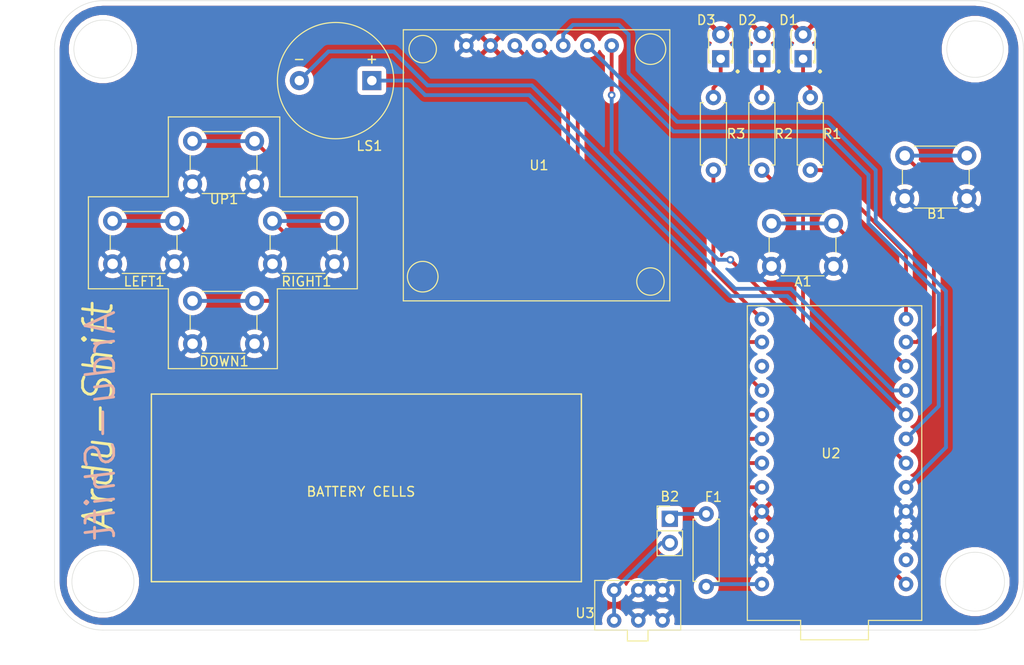
<source format=kicad_pcb>
(kicad_pcb (version 20171130) (host pcbnew "(5.1.8)-1")
  (layers (0 F.Cu signal) (31 B.Cu signal) (34 B.Paste user) (35 F.Paste user) (36 B.SilkS user) (37 F.SilkS user) (38 B.Mask user) (39 F.Mask user) (44 Edge.Cuts user))
  (net 0 "")
  (net 1 "Net-(D1-Pad1)")
  (net 2 "Net-(D2-Pad1)")
  (net 3 "Net-(D3-Pad1)")
  (net 4 Speaker-)
  (net 5 Speaker+)
  (net 6 R_LED)
  (net 7 G_LED)
  (net 8 B_LED)
  (net 9 GND)
  (net 10 DOWN)
  (net 11 LEFT)
  (net 12 UP)
  (net 13 SCK)
  (net 14 RES)
  (net 15 MOSI)
  (net 16 "Net-(U2-Pad14)")
  (net 17 RIGHT)
  (net 18 "Net-(U2-Pad0)")
  (net 19 BAT+)
  (net 20 "Net-(B2-Pad1)")
  (net 21 "Net-(U2-PadRST)")
  (net 22 A_Button)
  (net 23 B_Button)
  (net 24 "Net-(B2-Pad2)")
  (net 25 CS)
  (net 26 DC)
  (net 27 VCC)
  (module Module:Arduino_Pro_Micro (layer F.Cu) (at 117.348 86.868 180)
    (fp_text reference U2 (at 0.381 3.81) (layer F.SilkS))
    (fp_text value Arduino_Pro_Micro)
    (pad 14 thru_hole circle (at 7.62 12.954 180) (size 1.524 1.524) (drill 0.762) (layers *.Cu *.Mask) (net 16 "Net-(U2-Pad14)"))
    (pad 15 thru_hole circle (at 7.62 10.414 180) (size 1.524 1.524) (drill 0.762) (layers *.Cu *.Mask) (net 13 SCK))
    (pad VCC thru_hole circle (at 7.62 -2.286 180) (size 1.524 1.524) (drill 0.762) (layers *.Cu *.Mask) (net 27 VCC))
    (pad A2 thru_hole circle (at 7.62 2.794 180) (size 1.524 1.524) (drill 0.762) (layers *.Cu *.Mask) (net 11 LEFT))
    (pad A0 thru_hole circle (at 7.62 7.874 180) (size 1.524 1.524) (drill 0.762) (layers *.Cu *.Mask) (net 12 UP))
    (pad GND thru_hole circle (at 7.62 -7.366 180) (size 1.524 1.524) (drill 0.762) (layers *.Cu *.Mask) (net 9 GND))
    (pad RST thru_hole circle (at 7.62 -4.826 180) (size 1.524 1.524) (drill 0.762) (layers *.Cu *.Mask) (net 21 "Net-(U2-PadRST)"))
    (pad RAW thru_hole circle (at 7.62 -9.906 180) (size 1.524 1.524) (drill 0.762) (layers *.Cu *.Mask) (net 19 BAT+))
    (pad A3 thru_hole circle (at 7.62 0.254 180) (size 1.524 1.524) (drill 0.762) (layers *.Cu *.Mask) (net 10 DOWN))
    (pad A1 thru_hole circle (at 7.62 5.334 180) (size 1.524 1.524) (drill 0.762) (layers *.Cu *.Mask) (net 17 RIGHT))
    (pad 16 thru_hole circle (at 7.62 15.494 180) (size 1.524 1.524) (drill 0.762) (layers *.Cu *.Mask) (net 15 MOSI))
    (pad 10 thru_hole circle (at 7.62 17.907 180) (size 1.524 1.524) (drill 0.762) (layers *.Cu *.Mask) (net 6 R_LED))
    (pad 9 thru_hole circle (at -7.493 17.907 180) (size 1.524 1.524) (drill 0.762) (layers *.Cu *.Mask) (net 8 B_LED))
    (pad 8 thru_hole circle (at -7.493 15.494 180) (size 1.524 1.524) (drill 0.762) (layers *.Cu *.Mask) (net 23 B_Button))
    (pad 7 thru_hole circle (at -7.493 12.954 180) (size 1.524 1.524) (drill 0.762) (layers *.Cu *.Mask) (net 22 A_Button))
    (pad 6 thru_hole circle (at -7.493 10.414 180) (size 1.524 1.524) (drill 0.762) (layers *.Cu *.Mask) (net 4 Speaker-))
    (pad 5 thru_hole circle (at -7.493 7.874 180) (size 1.524 1.524) (drill 0.762) (layers *.Cu *.Mask) (net 5 Speaker+))
    (pad 4 thru_hole circle (at -7.493 5.334 180) (size 1.524 1.524) (drill 0.762) (layers *.Cu *.Mask) (net 26 DC))
    (pad 3 thru_hole circle (at -7.493 2.794 180) (size 1.524 1.524) (drill 0.762) (layers *.Cu *.Mask) (net 7 G_LED))
    (pad 2 thru_hole circle (at -7.493 0.254 180) (size 1.524 1.524) (drill 0.762) (layers *.Cu *.Mask) (net 14 RES))
    (pad GND thru_hole circle (at -7.493 -2.286 180) (size 1.524 1.524) (drill 0.762) (layers *.Cu *.Mask) (net 9 GND))
    (pad GND thru_hole circle (at -7.493 -4.826 180) (size 1.524 1.524) (drill 0.762) (layers *.Cu *.Mask) (net 9 GND))
    (pad 0 thru_hole circle (at -7.493 -7.366 180) (size 1.524 1.524) (drill 0.762) (layers *.Cu *.Mask) (net 18 "Net-(U2-Pad0)"))
    (pad 1 thru_hole circle (at -7.493 -9.906 180) (size 1.524 1.524) (drill 0.762) (layers *.Cu *.Mask) (net 25 CS))
  )
  (module Button_Switch_THT:SPDT_Slide (layer F.Cu) (at 96.774 99.06 180)
    (fp_text reference U3 (at 5.588 -0.762) (layer F.SilkS))
    (fp_text value SPDT_Slide)
    (fp_line (start -1.016 -2.54) (end -4.445 -2.54) (layer F.SilkS) (width 0.12))
    (fp_line (start 1.143 -2.54) (end 4.572 -2.54) (layer F.SilkS) (width 0.12))
    (fp_line (start 1.143 -3.683) (end 1.143 -2.54) (layer F.SilkS) (width 0.12))
    (fp_line (start -1.016 -3.683) (end 1.143 -3.683) (layer F.SilkS) (width 0.12))
    (fp_line (start -1.016 -2.54) (end -1.016 -3.683) (layer F.SilkS) (width 0.12))
    (fp_line (start -4.445 2.667) (end -4.445 -2.54) (layer F.SilkS) (width 0.12))
    (fp_line (start 4.572 2.667) (end -4.445 2.667) (layer F.SilkS) (width 0.12))
    (fp_line (start 4.572 -2.54) (end 4.572 2.667) (layer F.SilkS) (width 0.12))
    (pad 1 thru_hole circle (at -2.54 1.651 180) (size 1.524 1.524) (drill 0.762) (layers *.Cu *.Mask) (net 9 GND))
    (pad 3 thru_hole circle (at 2.54 1.651 180) (size 1.524 1.524) (drill 0.762) (layers *.Cu *.Mask) (net 24 "Net-(B2-Pad2)"))
    (pad 2 thru_hole circle (at 0 1.651 180) (size 1.524 1.524) (drill 0.762) (layers *.Cu *.Mask) (net 9 GND))
    (pad 3 thru_hole circle (at 2.54 -1.524 180) (size 1.524 1.524) (drill 0.762) (layers *.Cu *.Mask) (net 24 "Net-(B2-Pad2)"))
    (pad 2 thru_hole circle (at 0 -1.524 180) (size 1.524 1.524) (drill 0.762) (layers *.Cu *.Mask) (net 9 GND))
    (pad 1 thru_hole circle (at -2.54 -1.524 180) (size 1.524 1.524) (drill 0.762) (layers *.Cu *.Mask) (net 9 GND))
  )
  (module Resistor_THT:R_Axial_DIN0207_L6.3mm_D2.5mm_P7.62mm_Horizontal (layer F.Cu) (at 103.886 89.408 270)
    (fp_text reference F1 (at -1.778 -0.762 180) (layer F.SilkS))
    (fp_text value Polyfuse500mA)
    (fp_line (start 0.54 -1.04) (end 0.54 -1.37) (layer F.SilkS) (width 0.12))
    (fp_line (start 0.54 -1.37) (end 7.08 -1.37) (layer F.SilkS) (width 0.12))
    (fp_line (start 7.08 -1.37) (end 7.08 -1.04) (layer F.SilkS) (width 0.12))
    (fp_line (start 0.54 1.04) (end 0.54 1.37) (layer F.SilkS) (width 0.12))
    (fp_line (start 0.54 1.37) (end 7.08 1.37) (layer F.SilkS) (width 0.12))
    (fp_line (start 7.08 1.37) (end 7.08 1.04) (layer F.SilkS) (width 0.12))
    (pad 2 thru_hole oval (at 7.62 0 270) (size 1.6 1.6) (drill 0.8) (layers *.Cu *.Mask) (net 19 BAT+))
    (pad 1 thru_hole circle (at 0 0 270) (size 1.6 1.6) (drill 0.8) (layers *.Cu *.Mask) (net 20 "Net-(B2-Pad1)"))
  )
  (module Buzzer_Beeper:Buzzer_12x9.5RM7.6 (layer F.Cu) (at 68.834 43.942 180)
    (fp_text reference LS1 (at 0.254 -6.858) (layer F.SilkS))
    (fp_text value Speaker)
    (fp_circle (center 3.8 0) (end 9.9 0) (layer F.SilkS) (width 0.12))
    (fp_text user + (at 0 2.286) (layer F.SilkS))
    (pad 2 thru_hole circle (at 7.6 0 180) (size 2 2) (drill 1) (layers *.Cu *.Mask) (net 4 Speaker-))
    (pad 1 thru_hole rect (at 0 0 180) (size 2 2) (drill 1) (layers *.Cu *.Mask) (net 5 Speaker+))
  )
  (module Connector_PinHeader_2.54mm:PinHeader_1x02_P2.54mm_Vertical (layer F.Cu) (at 100.076 89.916)
    (fp_text reference B2 (at 0 -2.33) (layer F.SilkS))
    (fp_text value Battery)
    (fp_line (start -1.33 -1.33) (end 0 -1.33) (layer F.SilkS) (width 0.12))
    (fp_line (start -1.33 0) (end -1.33 -1.33) (layer F.SilkS) (width 0.12))
    (fp_line (start -1.33 1.27) (end 1.33 1.27) (layer F.SilkS) (width 0.12))
    (fp_line (start 1.33 1.27) (end 1.33 3.87) (layer F.SilkS) (width 0.12))
    (fp_line (start -1.33 1.27) (end -1.33 3.87) (layer F.SilkS) (width 0.12))
    (fp_line (start -1.33 3.87) (end 1.33 3.87) (layer F.SilkS) (width 0.12))
    (pad 2 thru_hole oval (at 0 2.54) (size 1.7 1.7) (drill 1) (layers *.Cu *.Mask) (net 24 "Net-(B2-Pad2)"))
    (pad 1 thru_hole rect (at 0 0) (size 1.7 1.7) (drill 1) (layers *.Cu *.Mask) (net 20 "Net-(B2-Pad1)"))
  )
  (module Button_Switch_THT:SW_PUSH_6mm_H4.3mm (layer F.Cu) (at 50.038 50.292)
    (fp_text reference UP1 (at 3.302 6.096) (layer F.SilkS))
    (fp_text value Button_Tactile)
    (fp_line (start 6.75 3) (end 6.75 1.5) (layer F.SilkS) (width 0.12))
    (fp_line (start 5.5 -1) (end 1 -1) (layer F.SilkS) (width 0.12))
    (fp_line (start -0.25 1.5) (end -0.25 3) (layer F.SilkS) (width 0.12))
    (fp_line (start 1 5.5) (end 5.5 5.5) (layer F.SilkS) (width 0.12))
    (pad 1 thru_hole circle (at 6.5 0 90) (size 2 2) (drill 1.1) (layers *.Cu *.Mask) (net 12 UP))
    (pad 2 thru_hole circle (at 6.5 4.5 90) (size 2 2) (drill 1.1) (layers *.Cu *.Mask) (net 9 GND))
    (pad 1 thru_hole circle (at 0 0 90) (size 2 2) (drill 1.1) (layers *.Cu *.Mask) (net 12 UP))
    (pad 2 thru_hole circle (at 0 4.5 90) (size 2 2) (drill 1.1) (layers *.Cu *.Mask) (net 9 GND))
  )
  (module "Module:OLED(7pin)" (layer F.Cu) (at 86.36 56.388)
    (fp_text reference U1 (at 0 -3.556) (layer F.SilkS))
    (fp_text value "OLED(SPI)")
    (pad GND thru_hole circle (at -7.62 -16.129) (size 1.524 1.524) (drill 0.762) (layers *.Cu *.Mask) (net 9 GND))
    (pad VCC thru_hole circle (at -5.08 -16.129) (size 1.524 1.524) (drill 0.762) (layers *.Cu *.Mask) (net 27 VCC))
    (pad D0 thru_hole circle (at -2.54 -16.129) (size 1.524 1.524) (drill 0.762) (layers *.Cu *.Mask) (net 13 SCK))
    (pad CS thru_hole circle (at 7.62 -16.129) (size 1.524 1.524) (drill 0.762) (layers *.Cu *.Mask) (net 25 CS))
    (pad DC thru_hole circle (at 5.08 -16.129) (size 1.524 1.524) (drill 0.762) (layers *.Cu *.Mask) (net 26 DC))
    (pad RES thru_hole circle (at 2.54 -16.129) (size 1.524 1.524) (drill 0.762) (layers *.Cu *.Mask) (net 14 RES))
    (pad D1 thru_hole circle (at 0 -16.129) (size 1.524 1.524) (drill 0.762) (layers *.Cu *.Mask) (net 15 MOSI))
  )
  (module Button_Switch_THT:SW_PUSH_6mm_H4.3mm (layer F.Cu) (at 58.42 58.674)
    (fp_text reference RIGHT1 (at 3.556 6.35) (layer F.SilkS))
    (fp_text value Button_Tactile)
    (fp_line (start 6.75 3) (end 6.75 1.5) (layer F.SilkS) (width 0.12))
    (fp_line (start 5.5 -1) (end 1 -1) (layer F.SilkS) (width 0.12))
    (fp_line (start -0.25 1.5) (end -0.25 3) (layer F.SilkS) (width 0.12))
    (fp_line (start 1 5.5) (end 5.5 5.5) (layer F.SilkS) (width 0.12))
    (pad 1 thru_hole circle (at 6.5 0 90) (size 2 2) (drill 1.1) (layers *.Cu *.Mask) (net 17 RIGHT))
    (pad 2 thru_hole circle (at 6.5 4.5 90) (size 2 2) (drill 1.1) (layers *.Cu *.Mask) (net 9 GND))
    (pad 1 thru_hole circle (at 0 0 90) (size 2 2) (drill 1.1) (layers *.Cu *.Mask) (net 17 RIGHT))
    (pad 2 thru_hole circle (at 0 4.5 90) (size 2 2) (drill 1.1) (layers *.Cu *.Mask) (net 9 GND))
  )
  (module Resistor_THT:R_Axial_DIN0207_L6.3mm_D2.5mm_P7.62mm_Horizontal (layer F.Cu) (at 104.648 45.72 270)
    (fp_text reference R3 (at 3.81 -2.37 180) (layer F.SilkS))
    (fp_text value R)
    (fp_line (start 7.08 1.37) (end 7.08 1.04) (layer F.SilkS) (width 0.12))
    (fp_line (start 0.54 1.37) (end 7.08 1.37) (layer F.SilkS) (width 0.12))
    (fp_line (start 0.54 1.04) (end 0.54 1.37) (layer F.SilkS) (width 0.12))
    (fp_line (start 7.08 -1.37) (end 7.08 -1.04) (layer F.SilkS) (width 0.12))
    (fp_line (start 0.54 -1.37) (end 7.08 -1.37) (layer F.SilkS) (width 0.12))
    (fp_line (start 0.54 -1.04) (end 0.54 -1.37) (layer F.SilkS) (width 0.12))
    (pad 2 thru_hole oval (at 7.62 0 270) (size 1.6 1.6) (drill 0.8) (layers *.Cu *.Mask) (net 6 R_LED))
    (pad 1 thru_hole circle (at 0 0 270) (size 1.6 1.6) (drill 0.8) (layers *.Cu *.Mask) (net 3 "Net-(D3-Pad1)"))
  )
  (module Resistor_THT:R_Axial_DIN0207_L6.3mm_D2.5mm_P7.62mm_Horizontal (layer F.Cu) (at 109.728 45.72 270)
    (fp_text reference R2 (at 3.81 -2.286 180) (layer F.SilkS))
    (fp_text value R)
    (fp_line (start 7.08 1.37) (end 7.08 1.04) (layer F.SilkS) (width 0.12))
    (fp_line (start 0.54 1.37) (end 7.08 1.37) (layer F.SilkS) (width 0.12))
    (fp_line (start 0.54 1.04) (end 0.54 1.37) (layer F.SilkS) (width 0.12))
    (fp_line (start 7.08 -1.37) (end 7.08 -1.04) (layer F.SilkS) (width 0.12))
    (fp_line (start 0.54 -1.37) (end 7.08 -1.37) (layer F.SilkS) (width 0.12))
    (fp_line (start 0.54 -1.04) (end 0.54 -1.37) (layer F.SilkS) (width 0.12))
    (pad 2 thru_hole oval (at 7.62 0 270) (size 1.6 1.6) (drill 0.8) (layers *.Cu *.Mask) (net 7 G_LED))
    (pad 1 thru_hole circle (at 0 0 270) (size 1.6 1.6) (drill 0.8) (layers *.Cu *.Mask) (net 2 "Net-(D2-Pad1)"))
  )
  (module Resistor_THT:R_Axial_DIN0207_L6.3mm_D2.5mm_P7.62mm_Horizontal (layer F.Cu) (at 114.808 45.72 270)
    (fp_text reference R1 (at 3.81 -2.286 180) (layer F.SilkS))
    (fp_text value R)
    (fp_line (start 7.08 1.37) (end 7.08 1.04) (layer F.SilkS) (width 0.12))
    (fp_line (start 0.54 1.37) (end 7.08 1.37) (layer F.SilkS) (width 0.12))
    (fp_line (start 0.54 1.04) (end 0.54 1.37) (layer F.SilkS) (width 0.12))
    (fp_line (start 7.08 -1.37) (end 7.08 -1.04) (layer F.SilkS) (width 0.12))
    (fp_line (start 0.54 -1.37) (end 7.08 -1.37) (layer F.SilkS) (width 0.12))
    (fp_line (start 0.54 -1.04) (end 0.54 -1.37) (layer F.SilkS) (width 0.12))
    (pad 2 thru_hole oval (at 7.62 0 270) (size 1.6 1.6) (drill 0.8) (layers *.Cu *.Mask) (net 8 B_LED))
    (pad 1 thru_hole circle (at 0 0 270) (size 1.6 1.6) (drill 0.8) (layers *.Cu *.Mask) (net 1 "Net-(D1-Pad1)"))
  )
  (module Button_Switch_THT:SW_PUSH_6mm_H4.3mm (layer F.Cu) (at 41.656 58.674)
    (fp_text reference LEFT1 (at 3.302 6.35) (layer F.SilkS))
    (fp_text value Button_Tactile)
    (fp_line (start 6.75 3) (end 6.75 1.5) (layer F.SilkS) (width 0.12))
    (fp_line (start 5.5 -1) (end 1 -1) (layer F.SilkS) (width 0.12))
    (fp_line (start -0.25 1.5) (end -0.25 3) (layer F.SilkS) (width 0.12))
    (fp_line (start 1 5.5) (end 5.5 5.5) (layer F.SilkS) (width 0.12))
    (pad 1 thru_hole circle (at 6.5 0 90) (size 2 2) (drill 1.1) (layers *.Cu *.Mask) (net 11 LEFT))
    (pad 2 thru_hole circle (at 6.5 4.5 90) (size 2 2) (drill 1.1) (layers *.Cu *.Mask) (net 9 GND))
    (pad 1 thru_hole circle (at 0 0 90) (size 2 2) (drill 1.1) (layers *.Cu *.Mask) (net 11 LEFT))
    (pad 2 thru_hole circle (at 0 4.5 90) (size 2 2) (drill 1.1) (layers *.Cu *.Mask) (net 9 GND))
  )
  (module Button_Switch_THT:SW_PUSH_6mm_H4.3mm (layer F.Cu) (at 50.038 67.056)
    (fp_text reference DOWN1 (at 3.302 6.35) (layer F.SilkS))
    (fp_text value Button_Tactile)
    (fp_line (start 6.75 3) (end 6.75 1.5) (layer F.SilkS) (width 0.12))
    (fp_line (start 5.5 -1) (end 1 -1) (layer F.SilkS) (width 0.12))
    (fp_line (start -0.25 1.5) (end -0.25 3) (layer F.SilkS) (width 0.12))
    (fp_line (start 1 5.5) (end 5.5 5.5) (layer F.SilkS) (width 0.12))
    (pad 1 thru_hole circle (at 6.5 0 90) (size 2 2) (drill 1.1) (layers *.Cu *.Mask) (net 10 DOWN))
    (pad 2 thru_hole circle (at 6.5 4.5 90) (size 2 2) (drill 1.1) (layers *.Cu *.Mask) (net 9 GND))
    (pad 1 thru_hole circle (at 0 0 90) (size 2 2) (drill 1.1) (layers *.Cu *.Mask) (net 10 DOWN))
    (pad 2 thru_hole circle (at 0 4.5 90) (size 2 2) (drill 1.1) (layers *.Cu *.Mask) (net 9 GND))
  )
  (module LED_THT:LED_D1.8mm_W3.3mm_H2.4mm (layer F.Cu) (at 105.41 41.656 90)
    (fp_text reference D3 (at 4.064 -1.524 180) (layer F.SilkS))
    (fp_text value LED)
    (fp_line (start -0.2 1.08) (end -0.2 1.26) (layer F.SilkS) (width 0.12))
    (fp_line (start -0.2 -1.26) (end -0.2 -1.08) (layer F.SilkS) (width 0.12))
    (fp_line (start -0.32 1.08) (end -0.32 1.26) (layer F.SilkS) (width 0.12))
    (fp_line (start -0.32 -1.26) (end -0.32 -1.08) (layer F.SilkS) (width 0.12))
    (fp_line (start 2.98 1.095) (end 2.98 1.26) (layer F.SilkS) (width 0.12))
    (fp_line (start 2.98 -1.26) (end 2.98 -1.095) (layer F.SilkS) (width 0.12))
    (fp_line (start -0.44 1.08) (end -0.44 1.26) (layer F.SilkS) (width 0.12))
    (fp_line (start -0.44 -1.26) (end -0.44 -1.08) (layer F.SilkS) (width 0.12))
    (fp_line (start -0.44 1.26) (end 2.98 1.26) (layer F.SilkS) (width 0.12))
    (fp_line (start -0.44 -1.26) (end 2.98 -1.26) (layer F.SilkS) (width 0.12))
    (pad 2 thru_hole circle (at 2.54 0 90) (size 1.8 1.8) (drill 0.9) (layers *.Cu *.Mask) (net 27 VCC))
    (pad 1 thru_hole rect (at 0 0 90) (size 1.8 1.8) (drill 0.9) (layers *.Cu *.Mask) (net 3 "Net-(D3-Pad1)"))
  )
  (module LED_THT:LED_D1.8mm_W3.3mm_H2.4mm (layer F.Cu) (at 109.728 41.656 90)
    (fp_text reference D2 (at 4.064 -1.524 180) (layer F.SilkS))
    (fp_text value LED)
    (fp_line (start -0.2 1.08) (end -0.2 1.26) (layer F.SilkS) (width 0.12))
    (fp_line (start -0.2 -1.26) (end -0.2 -1.08) (layer F.SilkS) (width 0.12))
    (fp_line (start -0.32 1.08) (end -0.32 1.26) (layer F.SilkS) (width 0.12))
    (fp_line (start -0.32 -1.26) (end -0.32 -1.08) (layer F.SilkS) (width 0.12))
    (fp_line (start 2.98 1.095) (end 2.98 1.26) (layer F.SilkS) (width 0.12))
    (fp_line (start 2.98 -1.26) (end 2.98 -1.095) (layer F.SilkS) (width 0.12))
    (fp_line (start -0.44 1.08) (end -0.44 1.26) (layer F.SilkS) (width 0.12))
    (fp_line (start -0.44 -1.26) (end -0.44 -1.08) (layer F.SilkS) (width 0.12))
    (fp_line (start -0.44 1.26) (end 2.98 1.26) (layer F.SilkS) (width 0.12))
    (fp_line (start -0.44 -1.26) (end 2.98 -1.26) (layer F.SilkS) (width 0.12))
    (pad 2 thru_hole circle (at 2.54 0 90) (size 1.8 1.8) (drill 0.9) (layers *.Cu *.Mask) (net 27 VCC))
    (pad 1 thru_hole rect (at 0 0 90) (size 1.8 1.8) (drill 0.9) (layers *.Cu *.Mask) (net 2 "Net-(D2-Pad1)"))
  )
  (module LED_THT:LED_D1.8mm_W3.3mm_H2.4mm (layer F.Cu) (at 114.046 41.656 90)
    (fp_text reference D1 (at 4.064 -1.524 180) (layer F.SilkS))
    (fp_text value LED)
    (fp_line (start -0.2 1.08) (end -0.2 1.26) (layer F.SilkS) (width 0.12))
    (fp_line (start -0.2 -1.26) (end -0.2 -1.08) (layer F.SilkS) (width 0.12))
    (fp_line (start -0.32 1.08) (end -0.32 1.26) (layer F.SilkS) (width 0.12))
    (fp_line (start -0.32 -1.26) (end -0.32 -1.08) (layer F.SilkS) (width 0.12))
    (fp_line (start 2.98 1.095) (end 2.98 1.26) (layer F.SilkS) (width 0.12))
    (fp_line (start 2.98 -1.26) (end 2.98 -1.095) (layer F.SilkS) (width 0.12))
    (fp_line (start -0.44 1.08) (end -0.44 1.26) (layer F.SilkS) (width 0.12))
    (fp_line (start -0.44 -1.26) (end -0.44 -1.08) (layer F.SilkS) (width 0.12))
    (fp_line (start -0.44 1.26) (end 2.98 1.26) (layer F.SilkS) (width 0.12))
    (fp_line (start -0.44 -1.26) (end 2.98 -1.26) (layer F.SilkS) (width 0.12))
    (pad 2 thru_hole circle (at 2.54 0 90) (size 1.8 1.8) (drill 0.9) (layers *.Cu *.Mask) (net 27 VCC))
    (pad 1 thru_hole rect (at 0 0 90) (size 1.8 1.8) (drill 0.9) (layers *.Cu *.Mask) (net 1 "Net-(D1-Pad1)"))
  )
  (module Button_Switch_THT:SW_PUSH_6mm_H4.3mm (layer F.Cu) (at 124.714 51.816)
    (fp_text reference B1 (at 3.302 6.096) (layer F.SilkS))
    (fp_text value Button_Tactile)
    (fp_line (start 6.75 3) (end 6.75 1.5) (layer F.SilkS) (width 0.12))
    (fp_line (start 5.5 -1) (end 1 -1) (layer F.SilkS) (width 0.12))
    (fp_line (start -0.25 1.5) (end -0.25 3) (layer F.SilkS) (width 0.12))
    (fp_line (start 1 5.5) (end 5.5 5.5) (layer F.SilkS) (width 0.12))
    (pad 1 thru_hole circle (at 6.5 0 90) (size 2 2) (drill 1.1) (layers *.Cu *.Mask) (net 23 B_Button))
    (pad 2 thru_hole circle (at 6.5 4.5 90) (size 2 2) (drill 1.1) (layers *.Cu *.Mask) (net 9 GND))
    (pad 1 thru_hole circle (at 0 0 90) (size 2 2) (drill 1.1) (layers *.Cu *.Mask) (net 23 B_Button))
    (pad 2 thru_hole circle (at 0 4.5 90) (size 2 2) (drill 1.1) (layers *.Cu *.Mask) (net 9 GND))
  )
  (module Button_Switch_THT:SW_PUSH_6mm_H4.3mm (layer F.Cu) (at 110.744 58.928)
    (fp_text reference A1 (at 3.302 6.096) (layer F.SilkS))
    (fp_text value Button_Tactile)
    (fp_line (start 6.75 3) (end 6.75 1.5) (layer F.SilkS) (width 0.12))
    (fp_line (start 5.5 -1) (end 1 -1) (layer F.SilkS) (width 0.12))
    (fp_line (start -0.25 1.5) (end -0.25 3) (layer F.SilkS) (width 0.12))
    (fp_line (start 1 5.5) (end 5.5 5.5) (layer F.SilkS) (width 0.12))
    (pad 1 thru_hole circle (at 6.5 0 90) (size 2 2) (drill 1.1) (layers *.Cu *.Mask) (net 22 A_Button))
    (pad 2 thru_hole circle (at 6.5 4.5 90) (size 2 2) (drill 1.1) (layers *.Cu *.Mask) (net 9 GND))
    (pad 1 thru_hole circle (at 0 0 90) (size 2 2) (drill 1.1) (layers *.Cu *.Mask) (net 22 A_Button))
    (pad 2 thru_hole circle (at 0 4.5 90) (size 2 2) (drill 1.1) (layers *.Cu *.Mask) (net 9 GND))
  )
  (gr_text Ardu-Shift (at 40.386 80.01 90) (layer B.SilkS) (effects (font (size 3 3) (thickness 0.3) italic) (justify mirror)))
  (gr_text Ardu-Shift (at 40.132 79.248 90) (layer F.SilkS) (effects (font (size 3 3) (thickness 0.3) italic)))
  (gr_line (start 126.492 67.564) (end 126.492 100.584) (layer F.SilkS) (width 0.12))
  (gr_text . (at 107.188 42.164) (layer F.SilkS) (effects (font (size 2 2) (thickness 0.25))))
  (gr_text . (at 111.506 42.164) (layer F.SilkS) (effects (font (size 2 2) (thickness 0.25))))
  (gr_text . (at 115.824 42.164) (layer F.SilkS) (effects (font (size 2 2) (thickness 0.25))))
  (gr_text - (at 61.214 41.656) (layer F.SilkS) (effects (font (size 1 1))))
  (gr_line (start 47.498 56.134) (end 39.116 56.134) (layer F.SilkS) (width 0.12))
  (gr_line (start 47.498 47.752) (end 47.498 56.134) (layer F.SilkS) (width 0.12))
  (gr_line (start 47.752 47.752) (end 47.498 47.752) (layer F.SilkS) (width 0.12))
  (gr_line (start 39.116 65.786) (end 39.116 56.134) (layer F.SilkS) (width 0.12))
  (gr_line (start 47.498 65.786) (end 39.116 65.786) (layer F.SilkS) (width 0.12))
  (gr_line (start 47.498 74.168) (end 47.498 65.786) (layer F.SilkS) (width 0.12))
  (gr_line (start 58.928 74.168) (end 47.498 74.168) (layer F.SilkS) (width 0.12))
  (gr_line (start 58.928 65.786) (end 58.928 74.168) (layer F.SilkS) (width 0.12))
  (gr_line (start 67.31 65.786) (end 58.928 65.786) (layer F.SilkS) (width 0.12))
  (gr_line (start 67.31 56.134) (end 67.31 65.786) (layer F.SilkS) (width 0.12))
  (gr_line (start 59.182 56.134) (end 67.31 56.134) (layer F.SilkS) (width 0.12))
  (gr_line (start 59.182 47.752) (end 59.182 56.134) (layer F.SilkS) (width 0.12))
  (gr_line (start 47.752 47.752) (end 59.182 47.752) (layer F.SilkS) (width 0.12))
  (gr_line (start 108.204 100.584) (end 108.204 67.564) (layer F.SilkS) (width 0.12))
  (gr_line (start 113.792 100.584) (end 108.204 100.584) (layer F.SilkS) (width 0.12))
  (gr_line (start 113.792 102.616) (end 113.792 100.584) (layer F.SilkS) (width 0.12))
  (gr_line (start 120.904 102.616) (end 113.792 102.616) (layer F.SilkS) (width 0.12))
  (gr_line (start 120.904 100.584) (end 120.904 102.616) (layer F.SilkS) (width 0.12))
  (gr_line (start 126.492 100.584) (end 120.904 100.584) (layer F.SilkS) (width 0.12))
  (gr_line (start 108.204 67.564) (end 126.492 67.564) (layer F.SilkS) (width 0.12))
  (gr_circle (center 74.168 64.516) (end 75.692 64.008) (layer F.SilkS) (width 0.12))
  (gr_circle (center 98.044 65.024) (end 99.06 64.008) (layer F.SilkS) (width 0.12))
  (gr_circle (center 98.044 40.64) (end 99.568 40.132) (layer F.SilkS) (width 0.12))
  (gr_circle (center 74.168 40.64) (end 75.184 39.624) (layer F.SilkS) (width 0.12))
  (gr_line (start 100.076 38.608) (end 72.136 38.608) (layer F.SilkS) (width 0.12))
  (gr_line (start 100.076 67.056) (end 100.076 38.608) (layer F.SilkS) (width 0.12))
  (gr_line (start 72.136 67.056) (end 100.076 67.056) (layer F.SilkS) (width 0.12))
  (gr_line (start 72.136 38.608) (end 72.136 67.056) (layer F.SilkS) (width 0.12))
  (gr_circle (center 40.64 40.64) (end 40.64 37.592) (layer Edge.Cuts) (width 0.05))
  (gr_circle (center 40.64 96.52) (end 42.672 93.98) (layer Edge.Cuts) (width 0.05))
  (gr_circle (center 132.08 96.52) (end 135.128 97.028) (layer Edge.Cuts) (width 0.05))
  (gr_circle (center 132.08 40.64) (end 134.62 39.116) (layer Edge.Cuts) (width 0.05))
  (gr_arc (start 40.64 40.64) (end 40.64 35.56) (angle -90) (layer Edge.Cuts) (width 0.05))
  (gr_arc (start 40.64 96.52) (end 35.56 96.52) (angle -90) (layer Edge.Cuts) (width 0.05))
  (gr_arc (start 132.08 96.52) (end 132.08 101.6) (angle -90) (layer Edge.Cuts) (width 0.05))
  (gr_arc (start 132.08 40.64) (end 137.16 40.64) (angle -90) (layer Edge.Cuts) (width 0.05))
  (gr_line (start 132.08 101.6) (end 40.64 101.6) (layer Edge.Cuts) (width 0.05))
  (gr_line (start 137.16 40.64) (end 137.16 96.52) (layer Edge.Cuts) (width 0.05))
  (gr_line (start 40.64 35.56) (end 132.08 35.56) (layer Edge.Cuts) (width 0.05))
  (gr_line (start 35.56 96.52) (end 35.56 40.64) (layer Edge.Cuts) (width 0.05))
  (gr_text "BATTERY CELLS \n\n" (at 68.072 87.884) (layer F.SilkS) (effects (font (size 1 1))))
  (gr_line (start 45.72 96.52) (end 45.72 76.835) (layer F.SilkS) (width 0.15))
  (gr_line (start 90.805 96.52) (end 45.72 96.52) (layer F.SilkS) (width 0.15))
  (gr_line (start 90.805 76.835) (end 90.805 96.52) (layer F.SilkS) (width 0.15))
  (gr_line (start 45.72 76.835) (end 90.805 76.835) (layer F.SilkS) (width 0.15))
  (segment (start 114.046 41.656) (end 114.046 43.942) (width 0.4) (layer F.Cu) (net 1))
  (segment (start 114.808 44.704) (end 114.808 45.72) (width 0.4) (layer F.Cu) (net 1))
  (segment (start 114.046 43.942) (end 114.808 44.704) (width 0.4) (layer F.Cu) (net 1))
  (segment (start 109.728 41.656) (end 109.728 45.72) (width 0.4) (layer F.Cu) (net 2))
  (segment (start 104.648 45.72) (end 104.648 44.704) (width 0.4) (layer F.Cu) (net 3))
  (segment (start 105.41 43.942) (end 105.41 41.656) (width 0.4) (layer F.Cu) (net 3))
  (segment (start 104.648 44.704) (end 105.41 43.942) (width 0.4) (layer F.Cu) (net 3))
  (segment (start 71.12 40.894) (end 64.282 40.894) (width 0.4) (layer B.Cu) (net 4))
  (segment (start 85.598 44.45) (end 74.676 44.45) (width 0.4) (layer B.Cu) (net 4))
  (segment (start 64.282 40.894) (end 61.234 43.942) (width 0.4) (layer B.Cu) (net 4))
  (segment (start 106.934 65.786) (end 85.598 44.45) (width 0.4) (layer B.Cu) (net 4))
  (segment (start 112.776 65.786) (end 106.934 65.786) (width 0.4) (layer B.Cu) (net 4))
  (segment (start 74.676 44.45) (end 71.12 40.894) (width 0.4) (layer B.Cu) (net 4))
  (segment (start 123.444 76.454) (end 112.776 65.786) (width 0.4) (layer B.Cu) (net 4))
  (segment (start 124.841 76.454) (end 123.444 76.454) (width 0.4) (layer B.Cu) (net 4))
  (segment (start 106.426 66.548) (end 112.395 66.548) (width 0.4) (layer B.Cu) (net 5))
  (segment (start 85.344 45.466) (end 106.426 66.548) (width 0.4) (layer B.Cu) (net 5))
  (segment (start 112.395 66.548) (end 124.841 78.994) (width 0.4) (layer B.Cu) (net 5))
  (segment (start 74.422 45.466) (end 85.344 45.466) (width 0.4) (layer B.Cu) (net 5))
  (segment (start 72.898 43.942) (end 74.422 45.466) (width 0.4) (layer B.Cu) (net 5))
  (segment (start 68.834 43.942) (end 72.898 43.942) (width 0.4) (layer B.Cu) (net 5))
  (segment (start 104.648 63.881) (end 104.648 53.34) (width 0.4) (layer F.Cu) (net 6))
  (segment (start 109.728 68.961) (end 104.648 63.881) (width 0.4) (layer F.Cu) (net 6))
  (segment (start 109.728 53.34) (end 114.046 57.658) (width 0.4) (layer F.Cu) (net 7))
  (segment (start 114.046 73.279) (end 124.841 84.074) (width 0.4) (layer F.Cu) (net 7))
  (segment (start 114.046 57.658) (end 114.046 73.279) (width 0.4) (layer F.Cu) (net 7))
  (segment (start 114.808 53.34) (end 116.078 53.34) (width 0.4) (layer F.Cu) (net 8))
  (segment (start 124.841 62.103) (end 124.841 68.961) (width 0.4) (layer F.Cu) (net 8))
  (segment (start 116.078 53.34) (end 124.841 62.103) (width 0.4) (layer F.Cu) (net 8))
  (segment (start 107.442 86.614) (end 109.728 86.614) (width 0.4) (layer F.Cu) (net 10))
  (segment (start 103.886 83.058) (end 107.442 86.614) (width 0.4) (layer F.Cu) (net 10))
  (segment (start 98.298 83.058) (end 103.886 83.058) (width 0.4) (layer F.Cu) (net 10))
  (segment (start 91.186 75.946) (end 98.298 83.058) (width 0.4) (layer F.Cu) (net 10))
  (segment (start 67.056 75.946) (end 91.186 75.946) (width 0.4) (layer F.Cu) (net 10))
  (segment (start 58.166 67.056) (end 67.056 75.946) (width 0.4) (layer F.Cu) (net 10))
  (segment (start 56.538 67.056) (end 58.166 67.056) (width 0.4) (layer F.Cu) (net 10))
  (segment (start 50.038 67.056) (end 56.538 67.056) (width 0.4) (layer B.Cu) (net 10))
  (segment (start 54.76 65.278) (end 48.156 58.674) (width 0.4) (layer F.Cu) (net 11))
  (segment (start 57.404 65.278) (end 54.76 65.278) (width 0.4) (layer F.Cu) (net 11))
  (segment (start 67.31 75.184) (end 57.404 65.278) (width 0.4) (layer F.Cu) (net 11))
  (segment (start 91.44 75.184) (end 67.31 75.184) (width 0.4) (layer F.Cu) (net 11))
  (segment (start 98.552 82.296) (end 91.44 75.184) (width 0.4) (layer F.Cu) (net 11))
  (segment (start 104.394 82.296) (end 98.552 82.296) (width 0.4) (layer F.Cu) (net 11))
  (segment (start 106.172 84.074) (end 104.394 82.296) (width 0.4) (layer F.Cu) (net 11))
  (segment (start 109.728 84.074) (end 106.172 84.074) (width 0.4) (layer F.Cu) (net 11))
  (segment (start 41.656 58.674) (end 48.156 58.674) (width 0.4) (layer B.Cu) (net 11))
  (segment (start 108.204 78.994) (end 109.728 78.994) (width 0.4) (layer F.Cu) (net 12))
  (segment (start 106.426 80.772) (end 108.204 78.994) (width 0.4) (layer F.Cu) (net 12))
  (segment (start 99.06 80.772) (end 106.426 80.772) (width 0.4) (layer F.Cu) (net 12))
  (segment (start 91.948 73.66) (end 99.06 80.772) (width 0.4) (layer F.Cu) (net 12))
  (segment (start 69.85 73.66) (end 91.948 73.66) (width 0.4) (layer F.Cu) (net 12))
  (segment (start 67.818 71.628) (end 69.85 73.66) (width 0.4) (layer F.Cu) (net 12))
  (segment (start 67.818 57.658) (end 67.818 71.628) (width 0.4) (layer F.Cu) (net 12))
  (segment (start 61.872 55.626) (end 65.786 55.626) (width 0.4) (layer F.Cu) (net 12))
  (segment (start 65.786 55.626) (end 67.818 57.658) (width 0.4) (layer F.Cu) (net 12))
  (segment (start 56.538 50.292) (end 61.872 55.626) (width 0.4) (layer F.Cu) (net 12))
  (segment (start 50.038 50.292) (end 56.538 50.292) (width 0.4) (layer B.Cu) (net 12))
  (segment (start 89.408 45.847) (end 83.82 40.259) (width 0.4) (layer F.Cu) (net 13))
  (segment (start 89.408 64.77) (end 89.408 45.847) (width 0.4) (layer F.Cu) (net 13))
  (segment (start 96.012 71.374) (end 89.408 64.77) (width 0.4) (layer F.Cu) (net 13))
  (segment (start 109.728 76.454) (end 107.442 74.168) (width 0.4) (layer F.Cu) (net 13))
  (segment (start 107.442 74.168) (end 104.648 71.374) (width 0.4) (layer F.Cu) (net 13))
  (segment (start 96.012 71.374) (end 104.648 71.374) (width 0.4) (layer F.Cu) (net 13))
  (segment (start 88.9 40.259) (end 88.9 39.116) (width 0.4) (layer B.Cu) (net 14))
  (segment (start 88.9 39.116) (end 89.916 38.1) (width 0.4) (layer B.Cu) (net 14))
  (segment (start 89.916 38.1) (end 94.742 38.1) (width 0.4) (layer B.Cu) (net 14))
  (segment (start 94.742 38.1) (end 95.758 39.116) (width 0.4) (layer B.Cu) (net 14))
  (segment (start 95.758 39.116) (end 95.758 43.18) (width 0.4) (layer B.Cu) (net 14))
  (segment (start 95.758 43.18) (end 100.838 48.26) (width 0.4) (layer B.Cu) (net 14))
  (segment (start 100.838 48.26) (end 116.586 48.26) (width 0.4) (layer B.Cu) (net 14))
  (segment (start 116.586 48.26) (end 121.666 53.34) (width 0.4) (layer B.Cu) (net 14))
  (segment (start 121.666 53.34) (end 121.666 58.674) (width 0.4) (layer B.Cu) (net 14))
  (segment (start 121.666 58.674) (end 129.032 66.04) (width 0.4) (layer B.Cu) (net 14))
  (segment (start 129.032 82.423) (end 124.841 86.614) (width 0.4) (layer B.Cu) (net 14))
  (segment (start 129.032 66.04) (end 129.032 82.423) (width 0.4) (layer B.Cu) (net 14))
  (segment (start 90.424 64.262) (end 96.266 70.104) (width 0.4) (layer F.Cu) (net 15))
  (segment (start 90.424 44.323) (end 90.424 64.262) (width 0.4) (layer F.Cu) (net 15))
  (segment (start 86.36 40.259) (end 90.424 44.323) (width 0.4) (layer F.Cu) (net 15))
  (segment (start 96.266 70.104) (end 105.156 70.104) (width 0.4) (layer F.Cu) (net 15))
  (segment (start 106.426 71.374) (end 109.728 71.374) (width 0.4) (layer F.Cu) (net 15))
  (segment (start 105.156 70.104) (end 106.426 71.374) (width 0.4) (layer F.Cu) (net 15))
  (segment (start 104.394 81.534) (end 109.728 81.534) (width 0.4) (layer F.Cu) (net 17))
  (segment (start 98.806 81.534) (end 104.394 81.534) (width 0.4) (layer F.Cu) (net 17))
  (segment (start 69.763458 74.422) (end 91.694 74.422) (width 0.4) (layer F.Cu) (net 17))
  (segment (start 91.694 74.422) (end 98.806 81.534) (width 0.4) (layer F.Cu) (net 17))
  (segment (start 61.468 66.126542) (end 69.763458 74.422) (width 0.4) (layer F.Cu) (net 17))
  (segment (start 61.468 61.722) (end 61.468 66.126542) (width 0.4) (layer F.Cu) (net 17))
  (segment (start 58.42 58.674) (end 61.468 61.722) (width 0.4) (layer F.Cu) (net 17))
  (segment (start 58.42 58.674) (end 64.92 58.674) (width 0.4) (layer B.Cu) (net 17))
  (segment (start 104.14 96.774) (end 103.886 97.028) (width 0.4) (layer B.Cu) (net 19))
  (segment (start 109.728 96.774) (end 104.14 96.774) (width 0.4) (layer B.Cu) (net 19))
  (segment (start 100.584 89.408) (end 100.076 89.916) (width 0.4) (layer B.Cu) (net 20))
  (segment (start 103.886 89.408) (end 100.584 89.408) (width 0.4) (layer B.Cu) (net 20))
  (segment (start 124.841 73.914) (end 120.396 69.469) (width 0.4) (layer F.Cu) (net 22))
  (segment (start 120.396 62.08) (end 117.244 58.928) (width 0.4) (layer F.Cu) (net 22))
  (segment (start 120.396 69.469) (end 120.396 62.08) (width 0.4) (layer F.Cu) (net 22))
  (segment (start 110.744 58.928) (end 117.244 58.928) (width 0.4) (layer B.Cu) (net 22))
  (segment (start 124.841 71.374) (end 125.984 71.374) (width 0.4) (layer F.Cu) (net 23))
  (segment (start 125.984 71.374) (end 127.762 69.596) (width 0.4) (layer F.Cu) (net 23))
  (segment (start 127.762 54.864) (end 124.714 51.816) (width 0.4) (layer F.Cu) (net 23))
  (segment (start 127.762 69.596) (end 127.762 54.864) (width 0.4) (layer F.Cu) (net 23))
  (segment (start 124.714 51.816) (end 131.214 51.816) (width 0.4) (layer B.Cu) (net 23))
  (segment (start 99.187 92.456) (end 100.076 92.456) (width 0.4) (layer B.Cu) (net 24))
  (segment (start 94.234 97.409) (end 99.187 92.456) (width 0.4) (layer B.Cu) (net 24))
  (segment (start 94.234 97.409) (end 94.234 100.584) (width 0.4) (layer B.Cu) (net 24))
  (segment (start 93.98 45.466) (end 93.98 45.466) (width 0.4) (layer F.Cu) (net 25))
  (via (at 93.98 45.466) (size 0.8) (drill 0.4) (layers F.Cu B.Cu) (net 25))
  (segment (start 124.841 96.774) (end 116.84 88.773) (width 0.4) (layer F.Cu) (net 25))
  (segment (start 116.84 88.773) (end 116.84 77.724) (width 0.4) (layer F.Cu) (net 25))
  (segment (start 116.84 77.724) (end 112.776 73.66) (width 0.4) (layer F.Cu) (net 25))
  (segment (start 112.776 73.66) (end 112.776 69.088) (width 0.4) (layer F.Cu) (net 25))
  (segment (start 93.98 40.259) (end 93.98 45.466) (width 0.4) (layer F.Cu) (net 25))
  (via (at 106.426 62.738) (size 0.8) (drill 0.4) (layers F.Cu B.Cu) (net 25))
  (segment (start 112.776 69.088) (end 106.426 62.738) (width 0.4) (layer F.Cu) (net 25))
  (segment (start 105.156 62.738) (end 106.426 62.738) (width 0.4) (layer B.Cu) (net 25))
  (segment (start 93.98 51.562) (end 105.156 62.738) (width 0.4) (layer B.Cu) (net 25))
  (segment (start 93.98 45.466) (end 93.98 51.562) (width 0.4) (layer B.Cu) (net 25))
  (segment (start 100.457 49.276) (end 91.44 40.259) (width 0.4) (layer B.Cu) (net 26))
  (segment (start 120.904 53.848) (end 116.332 49.276) (width 0.4) (layer B.Cu) (net 26))
  (segment (start 116.332 49.276) (end 100.457 49.276) (width 0.4) (layer B.Cu) (net 26))
  (segment (start 128.27 66.294) (end 120.904 58.928) (width 0.4) (layer B.Cu) (net 26))
  (segment (start 120.904 58.928) (end 120.904 53.848) (width 0.4) (layer B.Cu) (net 26))
  (segment (start 128.27 78.105) (end 128.27 66.294) (width 0.4) (layer B.Cu) (net 26))
  (segment (start 124.841 81.534) (end 128.27 78.105) (width 0.4) (layer B.Cu) (net 26))
  (zone (net 9) (net_name GND) (layer B.Cu) (connect_pads (clearance 0.508)) (min_thickness 0.254) (fill yes (arc_segments 32) (thermal_gap 0.508) (thermal_bridge_width 0.508))
    (polygon (pts (xy 137.16 101.6) (xy 35.56 101.6) (xy 35.814 35.56) (xy 137.16 35.56)))
  )
  (zone (net 27) (net_name VCC) (layer F.Cu) (connect_pads (clearance 0.508)) (min_thickness 0.254) (fill yes (arc_segments 32) (thermal_gap 0.508) (thermal_bridge_width 0.508))
    (polygon (pts (xy 137.16 101.6) (xy 35.56 101.6) (xy 35.56 35.56) (xy 137.16 35.56)))
  )
)
</source>
